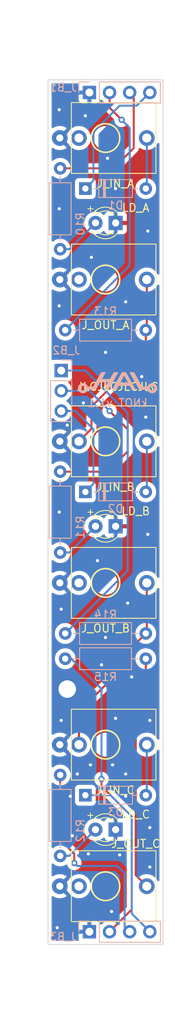
<source format=kicad_pcb>
(kicad_pcb (version 20240108) (generator "pcbnew") (generator_version "8.0")
  (layers (0 "F.Cu" signal) (31 "B.Cu" signal) (34 "B.Paste" user) (35 "F.Paste" user) (36 "B.SilkS" user "B.Silkscreen") (37 "F.SilkS" user "F.Silkscreen") (38 "B.Mask" user) (39 "F.Mask" user) (44 "Edge.Cuts" user))
  (net 0 "")
  (net 1 "GND")
  (net 2 "/NORM_B")
  (net 3 "Net-(J_B2-Pin_1)")
  (net 4 "Net-(J_B3-Pin_2)")
  (net 5 "Net-(J_OUT_C1-PadSIG)")
  (net 6 "/NORM_A")
  (net 7 "Net-(J_B1-Pin_2)")
  (net 8 "Net-(J_B3-Pin_3)")
  (net 9 "Net-(J_B2-Pin_2)")
  (net 10 "Net-(J_B1-Pin_3)")
  (net 12 "Net-(D2-A)")
  (net 15 "Net-(D3-A)")
  (net 16 "Net-(D1-A)")
  (net 18 "Net-(D3-K)")
  (net 19 "Net-(D2-K)")
  (net 20 "Net-(D1-K)")
  (net 21 "Net-(LD_C1-A)")
  (net 22 "Net-(LD_B1-A)")
  (net 23 "Net-(LD_A1-A)")
  (footprint "Eurorack:M2 Screw Hole" (layer "F.Cu") (at 58.674 123.825)
    (property "Reference" "REF**" (hide yes))
    (property "Value" "M2 Screw Hole" (hide yes))
    (pad "" thru_hole circle (at 0 0) (size 3.8 3.8) (drill 2.2) (layers "*.Cu" "*.Mask") (net 1 "GND"))
  )
  (footprint "Eurorack:PJ301M-12" (layer "F.Cu") (at 63.5 72.39 -90)
    (property "Reference" "J_OUT_A" (at 5.715 0 0) (layer "F.SilkS"))
    (property "Value" "PJ301M-12" (hide yes))
    (pad "GND" thru_hole circle (at 0 5.766 270) (size 2 2) (drill 0.9) (layers "*.Cu" "*.Mask") (net 1 "GND"))
    (pad "SIG" thru_hole circle (at 0 -5.207 270) (size 2 2) (drill 1.15) (layers "*.Cu" "*.Mask") (net 6 "/NORM_A"))
    (pad "SW" thru_hole circle (at 0 3.353 270) (size 2 2) (drill 1.14) (layers "*.Cu" "*.Mask"))
    (zone (net 0) (net_name "") (layer "F.Cu") (connect_pads (clearance 0)) (min_thickness 0.254)
      (keepout (tracks not_allowed) (vias not_allowed) (pads not_allowed) (copperpour not_allowed) (footprints allowed))
      (fill (thermal_gap 0.508) (thermal_bridge_width 0.508))
      (polygon (pts (xy 63.5 73.895141) (xy 63.745829 73.87493) (xy 63.985055 73.814841) (xy 64.211256 73.716486) (xy 64.418355 73.582508) (xy 64.60079 73.416504) (xy 64.753664 73.222932) (xy 64.872869 73.006992) (xy 64.955206 72.774482) (xy 64.998461 72.531646) (xy 65.001475 72.285007) (xy 64.964165 72.041187) (xy 64.887534 71.806734) (xy 64.77364 71.587946) (xy 64.625542 71.390697) (xy 64.447216 71.220286) (xy 64.243452 71.081288) (xy 64.019722 70.977436) (xy 63.782035 70.911519) (xy 63.536774 70.885308) (xy 63.290525 70.899507) (xy 63.049901 70.953734) (xy 62.821366 71.046532) (xy 62.611055 71.175411) (xy 62.424618 71.336908) (xy 62.267061 71.526687) (xy 62.142615 71.73965) (xy 62.054623 71.970079) (xy 62.005447 72.211785) (xy 61.996408 72.458278) (xy 62.02775 72.702936) (xy 62.09863 72.939191) (xy 62.207144 73.160697) (xy 62.350379 73.361505) (xy 62.524488 73.536223) (xy 62.724795 73.680158) (xy 62.945921 73.789445) (xy 63.181926 73.861149) (xy 63.426474 73.893344)))
    )
  )
  (footprint "Eurorack:PJ301M-12" (layer "F.Cu") (at 63.5 54.61 -90)
    (property "Reference" "J_IN_A" (at 5.715 -1.27 0) (layer "F.SilkS"))
    (property "Value" "PJ301M-12" (hide yes))
    (pad "GND" thru_hole circle (at 0 5.766 270) (size 2 2) (drill 0.9) (layers "*.Cu" "*.Mask") (net 1 "GND"))
    (pad "SIG" thru_hole circle (at 0 -5.207 270) (size 2 2) (drill 1.15) (layers "*.Cu" "*.Mask") (net 16 "Net-(D1-A)"))
    (pad "SW" thru_hole circle (at 0 3.353 270) (size 2 2) (drill 1.14) (layers "*.Cu" "*.Mask"))
    (zone (net 0) (net_name "") (layer "F.Cu") (connect_pads (clearance 0)) (min_thickness 0.254)
      (keepout (tracks not_allowed) (vias not_allowed) (pads not_allowed) (copperpour not_allowed) (footprints allowed))
      (fill (thermal_gap 0.508) (thermal_bridge_width 0.508))
      (polygon (pts (xy 63.5 56.115141) (xy 63.745829 56.09493) (xy 63.985055 56.034841) (xy 64.211256 55.936486) (xy 64.418355 55.802508) (xy 64.60079 55.636504) (xy 64.753664 55.442932) (xy 64.872869 55.226992) (xy 64.955206 54.994482) (xy 64.998461 54.751646) (xy 65.001475 54.505007) (xy 64.964165 54.261187) (xy 64.887534 54.026734) (xy 64.77364 53.807946) (xy 64.625542 53.610697) (xy 64.447216 53.440286) (xy 64.243452 53.301288) (xy 64.019722 53.197436) (xy 63.782035 53.131519) (xy 63.536774 53.105308) (xy 63.290525 53.119507) (xy 63.049901 53.173734) (xy 62.821366 53.266532) (xy 62.611055 53.395411) (xy 62.424618 53.556908) (xy 62.267061 53.746687) (xy 62.142615 53.95965) (xy 62.054623 54.190079) (xy 62.005447 54.431785) (xy 61.996408 54.678278) (xy 62.02775 54.922936) (xy 62.09863 55.159191) (xy 62.207144 55.380697) (xy 62.350379 55.581505) (xy 62.524488 55.756223) (xy 62.724795 55.900158) (xy 62.945921 56.009445) (xy 63.181926 56.081149) (xy 63.426474 56.113344)))
    )
  )
  (footprint "LED_THT:LED_D3.0mm_FlatTop" (layer "F.Cu") (at 64.775 103.378 180)
    (property "Reference" "LD_B" (at -2.535 1.905 180) (layer "F.SilkS"))
    (property "Value" "LED")
    (pad "1" thru_hole rect (at 0 0 180) (size 1.8 1.8) (drill 0.9) (layers "*.Cu" "*.Mask") (net 1 "GND"))
    (pad "2" thru_hole circle (at 2.54 0 180) (size 1.8 1.8) (drill 0.9) (layers "*.Cu" "*.Mask") (net 22 "Net-(LD_B1-A)"))
  )
  (footprint "LED_THT:LED_D3.0mm_FlatTop" (layer "F.Cu") (at 64.775 65.278 180)
    (property "Reference" "LD_A" (at -2.535 1.905 180) (layer "F.SilkS"))
    (property "Value" "LED")
    (pad "1" thru_hole rect (at 0 0 180) (size 1.8 1.8) (drill 0.9) (layers "*.Cu" "*.Mask") (net 1 "GND"))
    (pad "2" thru_hole circle (at 2.54 0 180) (size 1.8 1.8) (drill 0.9) (layers "*.Cu" "*.Mask") (net 23 "Net-(LD_A1-A)"))
  )
  (footprint "LED_THT:LED_D3.0mm_FlatTop" (layer "F.Cu") (at 64.77 141.478 180)
    (property "Reference" "LD_C" (at -2.54 1.905 180) (layer "F.SilkS"))
    (property "Value" "LED")
    (pad "1" thru_hole rect (at 0 0 180) (size 1.8 1.8) (drill 0.9) (layers "*.Cu" "*.Mask") (net 1 "GND"))
    (pad "2" thru_hole circle (at 2.54 0 180) (size 1.8 1.8) (drill 0.9) (layers "*.Cu" "*.Mask") (net 21 "Net-(LD_C1-A)"))
  )
  (footprint "Eurorack:PJ301M-12" (layer "F.Cu") (at 63.5 148.59 -90)
    (property "Reference" "J_OUT_C" (at -5.334 -3.81 0) (layer "F.SilkS"))
    (property "Value" "PJ301M-12" (hide yes))
    (pad "GND" thru_hole circle (at 0 5.766 270) (size 2 2) (drill 0.9) (layers "*.Cu" "*.Mask") (net 1 "GND"))
    (pad "SIG" thru_hole circle (at 0 -5.207 270) (size 2 2) (drill 1.15) (layers "*.Cu" "*.Mask") (net 5 "Net-(J_OUT_C1-PadSIG)"))
    (pad "SW" thru_hole circle (at 0 3.353 270) (size 2 2) (drill 1.14) (layers "*.Cu" "*.Mask"))
    (zone (net 0) (net_name "") (layer "F.Cu") (connect_pads (clearance 0)) (min_thickness 0.254)
      (keepout (tracks not_allowed) (vias not_allowed) (pads not_allowed) (copperpour not_allowed) (footprints allowed))
      (fill (thermal_gap 0.508) (thermal_bridge_width 0.508))
      (polygon (pts (xy 63.5 150.095141) (xy 63.745829 150.07493) (xy 63.985055 150.014841) (xy 64.211256 149.916486) (xy 64.418355 149.782508) (xy 64.60079 149.616504) (xy 64.753664 149.422932) (xy 64.872869 149.206992) (xy 64.955206 148.974482) (xy 64.998461 148.731646) (xy 65.001475 148.485007) (xy 64.964165 148.241187) (xy 64.887534 148.006734) (xy 64.77364 147.787946) (xy 64.625542 147.590697) (xy 64.447216 147.420286) (xy 64.243452 147.281288) (xy 64.019722 147.177436) (xy 63.782035 147.111519) (xy 63.536774 147.085308) (xy 63.290525 147.099507) (xy 63.049901 147.153734) (xy 62.821366 147.246532) (xy 62.611055 147.375411) (xy 62.424618 147.536908) (xy 62.267061 147.726687) (xy 62.142615 147.93965) (xy 62.054623 148.170079) (xy 62.005447 148.411785) (xy 61.996408 148.658278) (xy 62.02775 148.902936) (xy 62.09863 149.139191) (xy 62.207144 149.360697) (xy 62.350379 149.561505) (xy 62.524488 149.736223) (xy 62.724795 149.880158) (xy 62.945921 149.989445) (xy 63.181926 150.061149) (xy 63.426474 150.093344)))
    )
  )
  (footprint "Eurorack:PJ301M-12" (layer "F.Cu") (at 63.5 110.49 -90)
    (property "Reference" "J_OUT_B" (at 5.715 0 0) (layer "F.SilkS"))
    (property "Value" "PJ301M-12" (hide yes))
    (pad "GND" thru_hole circle (at 0 5.766 270) (size 2 2) (drill 0.9) (layers "*.Cu" "*.Mask") (net 1 "GND"))
    (pad "SIG" thru_hole circle (at 0 -5.207 270) (size 2 2) (drill 1.15) (layers "*.Cu" "*.Mask") (net 2 "/NORM_B"))
    (pad "SW" thru_hole circle (at 0 3.353 270) (size 2 2) (drill 1.14) (layers "*.Cu" "*.Mask"))
    (zone (net 0) (net_name "") (layer "F.Cu") (connect_pads (clearance 0)) (min_thickness 0.254)
      (keepout (tracks not_allowed) (vias not_allowed) (pads not_allowed) (copperpour not_allowed) (footprints allowed))
      (fill (thermal_gap 0.508) (thermal_bridge_width 0.508))
      (polygon (pts (xy 63.5 111.995141) (xy 63.745829 111.97493) (xy 63.985055 111.914841) (xy 64.211256 111.816486) (xy 64.418355 111.682508) (xy 64.60079 111.516504) (xy 64.753664 111.322932) (xy 64.872869 111.106992) (xy 64.955206 110.874482) (xy 64.998461 110.631646) (xy 65.001475 110.385007) (xy 64.964165 110.141187) (xy 64.887534 109.906734) (xy 64.77364 109.687946) (xy 64.625542 109.490697) (xy 64.447216 109.320286) (xy 64.243452 109.181288) (xy 64.019722 109.077436) (xy 63.782035 109.011519) (xy 63.536774 108.985308) (xy 63.290525 108.999507) (xy 63.049901 109.053734) (xy 62.821366 109.146532) (xy 62.611055 109.275411) (xy 62.424618 109.436908) (xy 62.267061 109.626687) (xy 62.142615 109.83965) (xy 62.054623 110.070079) (xy 62.005447 110.311785) (xy 61.996408 110.558278) (xy 62.02775 110.802936) (xy 62.09863 111.039191) (xy 62.207144 111.260697) (xy 62.350379 111.461505) (xy 62.524488 111.636223) (xy 62.724795 111.780158) (xy 62.945921 111.889445) (xy 63.181926 111.961149) (xy 63.426474 111.993344)))
    )
  )
  (footprint "Eurorack:PJ301M-12" (layer "F.Cu") (at 63.5 130.81 -90)
    (property "Reference" "J_IN_C" (at 5.715 -1.27 0) (layer "F.SilkS"))
    (property "Value" "PJ301M-12" (hide yes))
    (pad "GND" thru_hole circle (at 0 5.766 270) (size 2 2) (drill 0.9) (layers "*.Cu" "*.Mask") (net 1 "GND"))
    (pad "SIG" thru_hole circle (at 0 -5.207 270) (size 2 2) (drill 1.15) (layers "*.Cu" "*.Mask") (net 15 "Net-(D3-A)"))
    (pad "SW" thru_hole circle (at 0 3.353 270) (size 2 2) (drill 1.14) (layers "*.Cu" "*.Mask") (net 2 "/NORM_B"))
    (zone (net 0) (net_name "") (layer "F.Cu") (connect_pads (clearance 0)) (min_thickness 0.254)
      (keepout (tracks not_allowed) (vias not_allowed) (pads not_allowed) (copperpour not_allowed) (footprints allowed))
      (fill (thermal_gap 0.508) (thermal_bridge_width 0.508))
      (polygon (pts (xy 63.5 132.315141) (xy 63.745829 132.29493) (xy 63.985055 132.234841) (xy 64.211256 132.136486) (xy 64.418355 132.002508) (xy 64.60079 131.836504) (xy 64.753664 131.642932) (xy 64.872869 131.426992) (xy 64.955206 131.194482) (xy 64.998461 130.951646) (xy 65.001475 130.705007) (xy 64.964165 130.461187) (xy 64.887534 130.226734) (xy 64.77364 130.007946) (xy 64.625542 129.810697) (xy 64.447216 129.640286) (xy 64.243452 129.501288) (xy 64.019722 129.397436) (xy 63.782035 129.331519) (xy 63.536774 129.305308) (xy 63.290525 129.319507) (xy 63.049901 129.373734) (xy 62.821366 129.466532) (xy 62.611055 129.595411) (xy 62.424618 129.756908) (xy 62.267061 129.946687) (xy 62.142615 130.15965) (xy 62.054623 130.390079) (xy 62.005447 130.631785) (xy 61.996408 130.878278) (xy 62.02775 131.122936) (xy 62.09863 131.359191) (xy 62.207144 131.580697) (xy 62.350379 131.781505) (xy 62.524488 131.956223) (xy 62.724795 132.100158) (xy 62.945921 132.209445) (xy 63.181926 132.281149) (xy 63.426474 132.313344)))
    )
  )
  (footprint "Eurorack:PJ301M-12" (layer "F.Cu") (at 63.5 92.71 -90)
    (property "Reference" "J_IN_B" (at 5.715 -1.27 0) (layer "F.SilkS"))
    (property "Value" "PJ301M-12" (hide yes))
    (pad "GND" thru_hole circle (at 0 5.766 270) (size 2 2) (drill 0.9) (layers "*.Cu" "*.Mask") (net 1 "GND"))
    (pad "SIG" thru_hole circle (at 0 -5.207 270) (size 2 2) (drill 1.15) (layers "*.Cu" "*.Mask") (net 12 "Net-(D2-A)"))
    (pad "SW" thru_hole circle (at 0 3.353 270) (size 2 2) (drill 1.14) (layers "*.Cu" "*.Mask") (net 6 "/NORM_A"))
    (zone (net 0) (net_name "") (layer "F.Cu") (connect_pads (clearance 0)) (min_thickness 0.254)
      (keepout (tracks not_allowed) (vias not_allowed) (pads not_allowed) (copperpour not_allowed) (footprints allowed))
      (fill (thermal_gap 0.508) (thermal_bridge_width 0.508))
      (polygon (pts (xy 63.5 94.215141) (xy 63.745829 94.19493) (xy 63.985055 94.134841) (xy 64.211256 94.036486) (xy 64.418355 93.902508) (xy 64.60079 93.736504) (xy 64.753664 93.542932) (xy 64.872869 93.326992) (xy 64.955206 93.094482) (xy 64.998461 92.851646) (xy 65.001475 92.605007) (xy 64.964165 92.361187) (xy 64.887534 92.126734) (xy 64.77364 91.907946) (xy 64.625542 91.710697) (xy 64.447216 91.540286) (xy 64.243452 91.401288) (xy 64.019722 91.297436) (xy 63.782035 91.231519) (xy 63.536774 91.205308) (xy 63.290525 91.219507) (xy 63.049901 91.273734) (xy 62.821366 91.366532) (xy 62.611055 91.495411) (xy 62.424618 91.656908) (xy 62.267061 91.846687) (xy 62.142615 92.05965) (xy 62.054623 92.290079) (xy 62.005447 92.531785) (xy 61.996408 92.778278) (xy 62.02775 93.022936) (xy 62.09863 93.259191) (xy 62.207144 93.480697) (xy 62.350379 93.681505) (xy 62.524488 93.856223) (xy 62.724795 94.000158) (xy 62.945921 94.109445) (xy 63.181926 94.181149) (xy 63.426474 94.213344)))
    )
  )
  (footprint "Connector_PinHeader_2.54mm:PinHeader_1x04_P2.54mm_Vertical" (layer "B.Cu") (at 61.468 48.895 -90)
    (property "Reference" "J_B1" (at -0.635 3.302 180) (layer "B.SilkS") (effects (justify mirror)))
    (property "Value" "Conn_01x04_Female")
    (pad "1" thru_hole rect (at 0 0 270) (size 1.7 1.7) (drill 1) (layers "*.Cu" "*.Mask") (net 1 "GND"))
    (pad "2" thru_hole oval (at 0 -2.54 270) (size 1.7 1.7) (drill 1) (layers "*.Cu" "*.Mask") (net 7 "Net-(J_B1-Pin_2)"))
    (pad "3" thru_hole oval (at 0 -5.08 270) (size 1.7 1.7) (drill 1) (layers "*.Cu" "*.Mask") (net 10 "Net-(J_B1-Pin_3)"))
    (pad "4" thru_hole oval (at 0 -7.62 270) (size 1.7 1.7) (drill 1) (layers "*.Cu" "*.Mask") (net 20 "Net-(D1-K)"))
  )
  (footprint "Resistor_THT:R_Axial_DIN0207_L6.3mm_D2.5mm_P10.16mm_Horizontal" (layer "B.Cu") (at 57.785 134.62 -90)
    (property "Reference" "R12" (at 6.985 -2.54 90) (layer "B.SilkS") (effects (justify mirror)))
    (property "Value" "10k")
    (pad "1" thru_hole circle (at 0 0 270) (size 1.6 1.6) (drill 0.8) (layers "*.Cu" "*.Mask") (net 8 "Net-(J_B3-Pin_3)"))
    (pad "2" thru_hole oval (at 10.16 0 270) (size 1.6 1.6) (drill 0.8) (layers "*.Cu" "*.Mask") (net 21 "Net-(LD_C1-A)"))
  )
  (footprint "Connector_PinHeader_2.54mm:PinHeader_1x04_P2.54mm_Vertical" (layer "B.Cu") (at 61.468 154.305 -90)
    (property "Reference" "J_B3" (at 0.635 3.302 180) (layer "B.SilkS") (effects (justify mirror)))
    (property "Value" "Conn_01x04_Female")
    (pad "1" thru_hole rect (at 0 0 270) (size 1.7 1.7) (drill 1) (layers "*.Cu" "*.Mask") (net 1 "GND"))
    (pad "2" thru_hole oval (at 0 -2.54 270) (size 1.7 1.7) (drill 1) (layers "*.Cu" "*.Mask") (net 4 "Net-(J_B3-Pin_2)"))
    (pad "3" thru_hole oval (at 0 -5.08 270) (size 1.7 1.7) (drill 1) (layers "*.Cu" "*.Mask") (net 8 "Net-(J_B3-Pin_3)"))
    (pad "4" thru_hole oval (at 0 -7.62 270) (size 1.7 1.7) (drill 1) (layers "*.Cu" "*.Mask") (net 18 "Net-(D3-K)"))
  )
  (footprint "Resistor_THT:R_Axial_DIN0207_L6.3mm_D2.5mm_P10.16mm_Horizontal" (layer "B.Cu") (at 57.785 58.42 -90)
    (property "Reference" "R10" (at 6.985 -2.54 90) (layer "B.SilkS") (effects (justify mirror)))
    (property "Value" "10k")
    (pad "1" thru_hole circle (at 0 0 270) (size 1.6 1.6) (drill 0.8) (layers "*.Cu" "*.Mask") (net 10 "Net-(J_B1-Pin_3)"))
    (pad "2" thru_hole oval (at 10.16 0 270) (size 1.6 1.6) (drill 0.8) (layers "*.Cu" "*.Mask") (net 23 "Net-(LD_A1-A)"))
  )
  (footprint "Resistor_THT:R_Axial_DIN0207_L6.3mm_D2.5mm_P10.16mm_Horizontal" (layer "B.Cu") (at 68.58 120.015 180)
    (property "Reference" "R15" (at 5.08 -2.286 180) (layer "B.SilkS") (effects (justify mirror)))
    (property "Value" "1k")
    (pad "1" thru_hole circle (at 0 0 180) (size 1.6 1.6) (drill 0.8) (layers "*.Cu" "*.Mask") (net 5 "Net-(J_OUT_C1-PadSIG)"))
    (pad "2" thru_hole oval (at 10.16 0 180) (size 1.6 1.6) (drill 0.8) (layers "*.Cu" "*.Mask") (net 4 "Net-(J_B3-Pin_2)"))
  )
  (footprint "Resistor_THT:R_Axial_DIN0207_L6.3mm_D2.5mm_P10.16mm_Horizontal" (layer "B.Cu") (at 57.785 96.52 -90)
    (property "Reference" "R11" (at 6.985 -2.54 90) (layer "B.SilkS") (effects (justify mirror)))
    (property "Value" "10k")
    (pad "1" thru_hole circle (at 0 0 270) (size 1.6 1.6) (drill 0.8) (layers "*.Cu" "*.Mask") (net 9 "Net-(J_B2-Pin_2)"))
    (pad "2" thru_hole oval (at 10.16 0 270) (size 1.6 1.6) (drill 0.8) (layers "*.Cu" "*.Mask") (net 22 "Net-(LD_B1-A)"))
  )
  (footprint "Connector_PinHeader_2.54mm:PinHeader_1x03_P2.54mm_Vertical" (layer "B.Cu") (at 57.912 83.82 180)
    (property "Reference" "J_B2" (at -0.635 2.54 180) (layer "B.SilkS") (effects (justify mirror)))
    (property "Value" "Conn_01x03_Female")
    (pad "1" thru_hole rect (at 0 0 180) (size 1.7 1.7) (drill 1) (layers "*.Cu" "*.Mask") (net 3 "Net-(J_B2-Pin_1)"))
    (pad "2" thru_hole oval (at 0 -2.54 180) (size 1.7 1.7) (drill 1) (layers "*.Cu" "*.Mask") (net 9 "Net-(J_B2-Pin_2)"))
    (pad "3" thru_hole oval (at 0 -5.08 180) (size 1.7 1.7) (drill 1) (layers "*.Cu" "*.Mask") (net 19 "Net-(D2-K)"))
  )
  (footprint "Logos:Avalon Harmonics Small 10mm" (layer "B.Cu") (at 65.024 85.344 180)
    (property "Reference" "G***" (hide yes))
    (property "Value" "LOGO" (hide yes))
  )
  (footprint "Diode_THT:D_DO-35_SOD27_P7.62mm_Horizontal" (layer "B.Cu") (at 60.96 60.96)
    (property "Reference" "D1" (at 3.81 2.12 0) (layer "B.SilkS") (effects (justify mirror)))
    (property "Value" "1N4148")
    (pad "1" thru_hole rect (at 0 0) (size 1.6 1.6) (drill 0.8) (layers "*.Cu" "*.Mask") (net 20 "Net-(D1-K)"))
    (pad "2" thru_hole oval (at 7.62 0) (size 1.6 1.6) (drill 0.8) (layers "*.Cu" "*.Mask") (net 16 "Net-(D1-A)"))
  )
  (footprint "Diode_THT:D_DO-35_SOD27_P7.62mm_Horizontal" (layer "B.Cu") (at 60.96 137.16)
    (property "Reference" "D3" (at 3.81 2.12 0) (layer "B.SilkS") (effects (justify mirror)))
    (property "Value" "1N4148")
    (pad "1" thru_hole rect (at 0 0) (size 1.6 1.6) (drill 0.8) (layers "*.Cu" "*.Mask") (net 18 "Net-(D3-K)"))
    (pad "2" thru_hole oval (at 7.62 0) (size 1.6 1.6) (drill 0.8) (layers "*.Cu" "*.Mask") (net 15 "Net-(D3-A)"))
  )
  (footprint "Resistor_THT:R_Axial_DIN0207_L6.3mm_D2.5mm_P10.16mm_Horizontal" (layer "B.Cu") (at 68.58 116.84 180)
    (property "Reference" "R14" (at 5.08 2.37 180) (layer "B.SilkS") (effects (justify mirror)))
    (property "Value" "1k")
    (pad "1" thru_hole circle (at 0 0 180) (size 1.6 1.6) (drill 0.8) (layers "*.Cu" "*.Mask") (net 2 "/NORM_B"))
    (pad "2" thru_hole oval (at 10.16 0 180) (size 1.6 1.6) (drill 0.8) (layers "*.Cu" "*.Mask") (net 3 "Net-(J_B2-Pin_1)"))
  )
  (footprint "Resistor_THT:R_Axial_DIN0207_L6.3mm_D2.5mm_P10.16mm_Horizontal" (layer "B.Cu") (at 68.58 78.74 180)
    (property "Reference" "R13" (at 5.08 2.37 180) (layer "B.SilkS") (effects (justify mirror)))
    (property "Value" "1k")
    (pad "1" thru_hole circle (at 0 0 180) (size 1.6 1.6) (drill 0.8) (layers "*.Cu" "*.Mask") (net 6 "/NORM_A"))
    (pad "2" thru_hole oval (at 10.16 0 180) (size 1.6 1.6) (drill 0.8) (layers "*.Cu" "*.Mask") (net 7 "Net-(J_B1-Pin_2)"))
  )
  (footprint "Diode_THT:D_DO-35_SOD27_P7.62mm_Horizontal" (layer "B.Cu") (at 60.96 99.06)
    (property "Reference" "D2" (at 3.81 2.12 0) (layer "B.SilkS") (effects (justify mirror)))
    (property "Value" "1N4148")
    (pad "1" thru_hole rect (at 0 0) (size 1.6 1.6) (drill 0.8) (layers "*.Cu" "*.Mask") (net 19 "Net-(D2-K)"))
    (pad "2" thru_hole oval (at 7.62 0) (size 1.6 1.6) (drill 0.8) (layers "*.Cu" "*.Mask") (net 12 "Net-(D2-A)"))
  )
  (gr_rect (start 56.25 47.3) (end 70.75 155.9) (stroke (width 0.1)) (fill none) (layer "Edge.Cuts"))
  (gr_text "kNOT v1.1" (at 65.024 87.884 0) (layer "B.SilkS") (effects (font (size 1 1)) (justify mirror)))
  (gr_text "JLCJLCJLCJLC" (at 65.024 85.852 -0) (layer "F.SilkS") (effects (font (size 1 1))))
  (via (at 64.77 127.508) (size 0.8) (drill 0.4) (layers "F.Cu" "B.Cu") (net 1))
  (via (at 57.404 153.797) (size 0.8) (drill 0.4) (layers "F.Cu" "B.Cu") (net 1))
  (via (at 63.5 117.348) (size 0.8) (drill 0.4) (layers "F.Cu" "B.Cu") (net 1))
  (via (at 63.5 81.534) (size 0.8) (drill 0.4) (layers "F.Cu" "B.Cu") (net 1))
  (via (at 66.04 75.184) (size 0.8) (drill 0.4) (layers "F.Cu" "B.Cu") (net 1))
  (via (at 63.754 57.15) (size 0.8) (drill 0.4) (layers "F.Cu" "B.Cu") (net 1))
  (via (at 64.262 151.765) (size 0.8) (drill 0.4) (layers "F.Cu" "B.Cu") (net 1))
  (via (at 60.96 51.816) (size 0.8) (drill 0.4) (layers "F.Cu" "B.Cu") (net 1))
  (via (at 58.674 90.678) (size 0.8) (drill 0.4) (layers "F.Cu" "B.Cu") (net 1))
  (via (at 68.834 104.394) (size 0.8) (drill 0.4) (layers "F.Cu" "B.Cu") (net 1))
  (via (at 69.088 146.177) (size 0.8) (drill 0.4) (layers "F.Cu" "B.Cu") (net 1))
  (via (at 57.658 75.692) (size 0.8) (drill 0.4) (layers "F.Cu" "B.Cu") (net 1))
  (via (at 57.658 63.5) (size 0.8) (drill 0.4) (layers "F.Cu" "B.Cu") (net 1))
  (via (at 62.992 120.777) (size 0.8) (drill 0.4) (layers "F.Cu" "B.Cu") (net 1))
  (via (at 68.834 66.294) (size 0.8) (drill 0.4) (layers "F.Cu" "B.Cu") (net 1))
  (via (at 61.595 133.35) (size 0.8) (drill 0.4) (layers "F.Cu" "B.Cu") (net 1))
  (via (at 57.912 127.762) (size 0.8) (drill 0.4) (layers "F.Cu" "B.Cu") (net 1))
  (via (at 66.294 113.03) (size 0.8) (drill 0.4) (layers "F.Cu" "B.Cu") (net 1))
  (via (at 65.278 144.653) (size 0.8) (drill 0.4) (layers "F.Cu" "B.Cu") (net 1))
  (via (at 66.802 122.301) (size 0.8) (drill 0.4) (layers "F.Cu" "B.Cu") (net 1))
  (via (at 69.088 141.224) (size 0.8) (drill 0.4) (layers "F.Cu" "B.Cu") (net 1))
  (via (at 57.912 113.792) (size 0.8) (drill 0.4) (layers "F.Cu" "B.Cu") (net 1))
  (via (at 60.706 87.884) (size 0.8) (drill 0.4) (layers "F.Cu" "B.Cu") (net 1))
  (via (at 66.04 137.287) (size 0.8) (drill 0.4) (layers "F.Cu" "B.Cu") (net 1))
  (via (at 57.658 51.054) (size 0.8) (drill 0.4) (layers "F.Cu" "B.Cu") (net 1))
  (via (at 68.072 84.582) (size 0.8) (drill 0.4) (layers "F.Cu" "B.Cu") (net 1))
  (via (at 57.658 101.6) (size 0.8) (drill 0.4) (layers "F.Cu" "B.Cu") (net 1))
  (via (at 59.055 137.287) (size 0.8) (drill 0.4) (layers "F.Cu" "B.Cu") (net 1))
  (via (at 59.944 134.493) (size 0.8) (drill 0.4) (layers "F.Cu" "B.Cu") (net 1))
  (via (at 61.341 144.526) (size 0.8) (drill 0.4) (layers "F.Cu" "B.Cu") (net 1))
  (via (at 64.77 60.96) (size 0.8) (drill 0.4) (layers "F.Cu" "B.Cu") (net 1))
  (via (at 62.484 107.696) (size 0.8) (drill 0.4) (layers "F.Cu" "B.Cu") (net 1))
  (via (at 69.088 127.762) (size 0.8) (drill 0.4) (layers "F.Cu" "B.Cu") (net 1))
  (via (at 59.309 142.24) (size 0.8) (drill 0.4) (layers "F.Cu" "B.Cu") (net 1))
  (via (at 61.722 69.596) (size 0.8) (drill 0.4) (layers "F.Cu" "B.Cu") (net 1))
  (via (at 66.04 134.493) (size 0.8) (drill 0.4) (layers "F.Cu" "B.Cu") (net 1))
  (via (at 68.58 89.662) (size 0.8) (drill 0.4) (layers "F.Cu" "B.Cu") (net 1))
  (via (at 64.389 133.35) (size 0.8) (drill 0.4) (layers "F.Cu" "B.Cu") (net 1))
  (segment (start 68.58 116.84) (end 66.675 118.745) (width 0.25) (layer "F.Cu") (net 2))
  (segment (start 68.707 110.49) (end 68.707 116.713) (width 0.25) (layer "F.Cu") (net 2))
  (segment (start 66.675 118.745) (end 66.675 120.142) (width 0.25) (layer "F.Cu") (net 2))
  (segment (start 68.707 116.713) (end 68.58 116.84) (width 0.25) (layer "F.Cu") (net 2))
  (segment (start 66.675 120.142) (end 60.147 126.67) (width 0.25) (layer "F.Cu") (net 2))
  (segment (start 60.147 126.67) (end 60.147 130.81) (width 0.25) (layer "F.Cu") (net 2))
  (segment (start 60.96 83.82) (end 66.294 89.154) (width 0.25) (layer "B.Cu") (net 3))
  (segment (start 60.96 83.82) (end 57.912 83.82) (width 0.25) (layer "B.Cu") (net 3))
  (segment (start 66.294 108.966) (end 58.42 116.84) (width 0.25) (layer "B.Cu") (net 3))
  (segment (start 66.294 89.154) (end 66.294 108.966) (width 0.25) (layer "B.Cu") (net 3))
  (segment (start 66.802 139.827) (end 66.802 151.511) (width 0.25) (layer "F.Cu") (net 4))
  (segment (start 62.992 135.128) (end 62.992 136.017) (width 0.25) (layer "F.Cu") (net 4))
  (segment (start 62.992 136.017) (end 66.802 139.827) (width 0.25) (layer "F.Cu") (net 4))
  (segment (start 66.802 151.511) (end 64.008 154.305) (width 0.25) (layer "F.Cu") (net 4))
  (via (at 62.992 135.128) (size 0.8) (drill 0.4) (layers "F.Cu" "B.Cu") (net 4))
  (segment (start 62.992 135.128) (end 62.992 123.825) (width 0.25) (layer "B.Cu") (net 4))
  (segment (start 62.992 123.825) (end 59.182 120.015) (width 0.25) (layer "B.Cu") (net 4))
  (segment (start 59.182 120.015) (end 58.42 120.015) (width 0.25) (layer "B.Cu") (net 4))
  (segment (start 67.31 147.193) (end 68.707 148.59) (width 0.25) (layer "F.Cu") (net 5))
  (segment (start 68.58 124.841) (end 67.31 126.111) (width 0.25) (layer "F.Cu") (net 5))
  (segment (start 68.58 120.015) (end 68.58 124.841) (width 0.25) (layer "F.Cu") (net 5))
  (segment (start 67.31 126.111) (end 67.31 147.193) (width 0.25) (layer "F.Cu") (net 5))
  (segment (start 68.707 78.613) (end 68.58 78.74) (width 0.25) (layer "F.Cu") (net 6))
  (segment (start 61.722 88.353875) (end 61.722 91.135) (width 0.25) (layer "F.Cu") (net 6))
  (segment (start 68.58 78.74) (end 68.58 81.495875) (width 0.25) (layer "F.Cu") (net 6))
  (segment (start 61.722 91.135) (end 60.147 92.71) (width 0.25) (layer "F.Cu") (net 6))
  (segment (start 68.707 72.39) (end 68.707 78.613) (width 0.25) (layer "F.Cu") (net 6))
  (segment (start 68.58 81.495875) (end 61.722 88.353875) (width 0.25) (layer "F.Cu") (net 6))
  (segment (start 65.532 52.324) (end 64.008 50.8) (width 0.25) (layer "F.Cu") (net 7))
  (segment (start 64.008 50.8) (end 64.008 48.895) (width 0.25) (layer "F.Cu") (net 7))
  (via (at 65.532 52.324) (size 0.8) (drill 0.4) (layers "F.Cu" "B.Cu") (net 7))
  (segment (start 66.548 53.34) (end 65.532 52.324) (width 0.25) (layer "B.Cu") (net 7))
  (segment (start 58.42 78.74) (end 66.548 70.612) (width 0.25) (layer "B.Cu") (net 7))
  (segment (start 66.548 70.612) (end 66.548 57.15) (width 0.25) (layer "B.Cu") (net 7))
  (segment (start 66.548 57.15) (end 66.548 53.34) (width 0.25) (layer "B.Cu") (net 7))
  (segment (start 59.563 144.526) (end 57.785 142.748) (width 0.25) (layer "F.Cu") (net 8))
  (segment (start 57.785 142.748) (end 57.785 134.62) (width 0.25) (layer "F.Cu") (net 8))
  (segment (start 59.563 145.669) (end 59.563 144.526) (width 0.25) (layer "F.Cu") (net 8))
  (via (at 59.563 145.669) (size 0.8) (drill 0.4) (layers "F.Cu" "B.Cu") (net 8))
  (segment (start 59.944 146.05) (end 65.024 146.05) (width 0.25) (layer "B.Cu") (net 8))
  (segment (start 65.024 146.05) (end 65.913 146.939) (width 0.25) (layer "B.Cu") (net 8))
  (segment (start 65.913 146.939) (end 65.913 153.67) (width 0.25) (layer "B.Cu") (net 8))
  (segment (start 59.563 145.669) (end 59.944 146.05) (width 0.25) (layer "B.Cu") (net 8))
  (segment (start 65.913 153.67) (end 66.548 154.305) (width 0.25) (layer "B.Cu") (net 8))
  (segment (start 57.785 96.52) (end 63.754 96.52) (width 0.25) (layer "F.Cu") (net 9))
  (segment (start 66.294 93.98) (end 66.294 91.186) (width 0.25) (layer "F.Cu") (net 9))
  (segment (start 63.754 96.52) (end 66.294 93.98) (width 0.25) (layer "F.Cu") (net 9))
  (segment (start 66.294 91.186) (end 64.008 88.9) (width 0.25) (layer "F.Cu") (net 9))
  (via (at 64.008 88.9) (size 0.8) (drill 0.4) (layers "F.Cu" "B.Cu") (net 9))
  (segment (start 61.468 86.36) (end 57.912 86.36) (width 0.25) (layer "B.Cu") (net 9))
  (segment (start 64.008 88.9) (end 61.468 86.36) (width 0.25) (layer "B.Cu") (net 9))
  (segment (start 64.516 58.42) (end 67.056 55.88) (width 0.25) (layer "F.Cu") (net 10))
  (segment (start 67.056 55.88) (end 67.056 49.403) (width 0.25) (layer "F.Cu") (net 10))
  (segment (start 57.785 58.42) (end 64.516 58.42) (width 0.25) (layer "F.Cu") (net 10))
  (segment (start 67.056 49.403) (end 66.548 48.895) (width 0.25) (layer "F.Cu") (net 10))
  (segment (start 68.707 98.933) (end 68.58 99.06) (width 0.25) (layer "B.Cu") (net 12))
  (segment (start 68.707 92.71) (end 68.707 98.933) (width 0.25) (layer "B.Cu") (net 12))
  (segment (start 68.707 137.033) (end 68.58 137.16) (width 0.25) (layer "B.Cu") (net 15))
  (segment (start 68.707 130.81) (end 68.707 137.033) (width 0.25) (layer "B.Cu") (net 15))
  (segment (start 68.707 60.833) (end 68.58 60.96) (width 0.25) (layer "B.Cu") (net 16))
  (segment (start 68.707 54.61) (end 68.707 60.833) (width 0.25) (layer "B.Cu") (net 16))
  (segment (start 66.802 152.019) (end 69.088 154.305) (width 0.25) (layer "B.Cu") (net 18))
  (segment (start 64.135 137.16) (end 66.802 139.827) (width 0.25) (layer "B.Cu") (net 18))
  (segment (start 60.96 137.16) (end 64.135 137.16) (width 0.25) (layer "B.Cu") (net 18))
  (segment (start 66.802 139.827) (end 66.802 152.019) (width 0.25) (layer "B.Cu") (net 18))
  (segment (start 60.96 99.06) (end 61.976 98.044) (width 0.25) (layer "B.Cu") (net 19))
  (segment (start 61.976 91.186) (end 59.69 88.9) (width 0.25) (layer "B.Cu") (net 19))
  (segment (start 61.976 98.044) (end 61.976 91.186) (width 0.25) (layer "B.Cu") (net 19))
  (segment (start 59.69 88.9) (end 57.912 88.9) (width 0.25) (layer "B.Cu") (net 19))
  (segment (start 69.088 48.895) (end 67.437 50.546) (width 0.25) (layer "B.Cu") (net 20))
  (segment (start 67.437 50.546) (end 65.278 50.546) (width 0.25) (layer "B.Cu") (net 20))
  (segment (start 61.976 59.944) (end 60.96 60.96) (width 0.25) (layer "B.Cu") (net 20))
  (segment (start 61.976 53.848) (end 61.976 59.944) (width 0.25) (layer "B.Cu") (net 20))
  (segment (start 65.278 50.546) (end 61.976 53.848) (width 0.25) (layer "B.Cu") (net 20))
  (segment (start 58.928 144.78) (end 62.23 141.478) (width 0.25) (layer "B.Cu") (net 21))
  (segment (start 57.785 144.78) (end 58.928 144.78) (width 0.25) (layer "B.Cu") (net 21))
  (segment (start 57.785 106.68) (end 58.933 106.68) (width 0.25) (layer "B.Cu") (net 22))
  (segment (start 58.933 106.68) (end 62.235 103.378) (width 0.25) (layer "B.Cu") (net 22))
  (segment (start 57.785 68.58) (end 58.933 68.58) (width 0.25) (layer "B.Cu") (net 23))
  (segment (start 58.933 68.58) (end 62.235 65.278) (width 0.25) (layer "B.Cu") (net 23))
  (zone (net 1) (net_name "GND") (layers "F&B.Cu") (connect_pads (clearance 0.508)) (min_thickness 0.254) (fill yes (thermal_gap 0.508) (thermal_bridge_width 0.508))
    (polygon (pts (xy 55.626 46.736) (xy 71.374 46.736) (xy 71.374 156.464) (xy 55.626 156.464)))
  )
)
</source>
